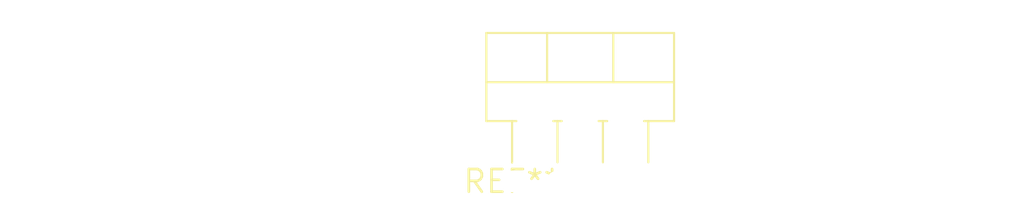
<source format=kicad_pcb>
(kicad_pcb (version 20240108) (generator pcbnew)
  (layers (0 "F.Cu" signal) (31 "B.Cu" signal) (34 "B.Paste" user) (35 "F.Paste" user) (36 "B.SilkS" user "B.Silkscreen") (37 "F.SilkS" user "F.Silkscreen") (38 "B.Mask" user) (39 "F.Mask" user) (44 "Edge.Cuts" user))
  (net 0 "")
  (footprint "TO-220F-7_P2.54x3.7mm_StaggerOdd_Lead3.5mm_Vertical" (layer "F.Cu") (at 0 0)
    (property "Reference" "REF**")
    (property "Value" "TO-220F-7_P2.54x3.7mm_StaggerOdd_Lead3.5mm_Vertical")
    (fp_line (start -1.44 -8.32) (end -1.44 -3.379) (layer "F.SilkS") (stroke (width 0.12)))
    (fp_line (start -1.44 -8.32) (end 9.06 -8.32) (layer "F.SilkS") (stroke (width 0.12)))
    (fp_line (start -1.44 -5.561) (end 9.06 -5.561) (layer "F.SilkS") (stroke (width 0.12)))
    (fp_line (start -1.44 -3.379) (end 0.239 -3.379) (layer "F.SilkS") (stroke (width 0.12)))
    (fp_line (start 0 -3.379) (end 0 -1.049) (layer "F.SilkS") (stroke (width 0.12)))
    (fp_line (start 1.96 -8.32) (end 1.96 -5.561) (layer "F.SilkS") (stroke (width 0.12)))
    (fp_line (start 2.302 -3.379) (end 2.779 -3.379) (layer "F.SilkS") (stroke (width 0.12)))
    (fp_line (start 2.54 -3.379) (end 2.54 -1.065) (layer "F.SilkS") (stroke (width 0.12)))
    (fp_line (start 4.842 -3.379) (end 5.319 -3.379) (layer "F.SilkS") (stroke (width 0.12)))
    (fp_line (start 5.08 -3.379) (end 5.08 -1.065) (layer "F.SilkS") (stroke (width 0.12)))
    (fp_line (start 5.66 -8.32) (end 5.66 -5.561) (layer "F.SilkS") (stroke (width 0.12)))
    (fp_line (start 7.382 -3.379) (end 9.06 -3.379) (layer "F.SilkS") (stroke (width 0.12)))
    (fp_line (start 7.62 -3.379) (end 7.62 -1.065) (layer "F.SilkS") (stroke (width 0.12)))
    (fp_line (start 9.06 -8.32) (end 9.06 -3.379) (layer "F.SilkS") (stroke (width 0.12)))
    (pad "1" thru_hole rect (at 0 0) (size 1.8 1.8) (drill 1.2) (layers *.Cu *.Mask) (remove_unused_layers))
    (pad "2" thru_hole oval (at 1.27 -3.7) (size 1.8 1.8) (drill 1.2) (layers *.Cu *.Mask) (remove_unused_layers))
    (pad "3" thru_hole oval (at 2.54 0) (size 1.8 1.8) (drill 1.2) (layers *.Cu *.Mask) (remove_unused_layers))
    (pad "4" thru_hole oval (at 3.81 -3.7) (size 1.8 1.8) (drill 1.2) (layers *.Cu *.Mask) (remove_unused_layers))
    (pad "5" thru_hole oval (at 5.08 0) (size 1.8 1.8) (drill 1.2) (layers *.Cu *.Mask) (remove_unused_layers))
    (pad "6" thru_hole oval (at 6.35 -3.7) (size 1.8 1.8) (drill 1.2) (layers *.Cu *.Mask) (remove_unused_layers))
    (pad "7" thru_hole oval (at 7.62 0) (size 1.8 1.8) (drill 1.2) (layers *.Cu *.Mask) (remove_unused_layers))
  )
)
</source>
